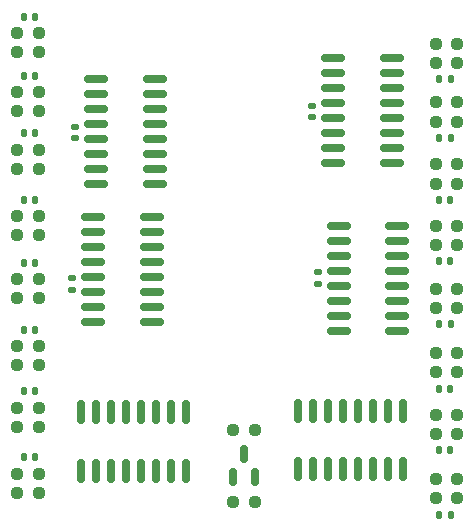
<source format=gbr>
%TF.GenerationSoftware,KiCad,Pcbnew,7.0.7*%
%TF.CreationDate,2024-02-25T00:01:41+01:00*%
%TF.ProjectId,OS-S88n,4f532d53-3838-46e2-9e6b-696361645f70,rev?*%
%TF.SameCoordinates,Original*%
%TF.FileFunction,Paste,Top*%
%TF.FilePolarity,Positive*%
%FSLAX46Y46*%
G04 Gerber Fmt 4.6, Leading zero omitted, Abs format (unit mm)*
G04 Created by KiCad (PCBNEW 7.0.7) date 2024-02-25 00:01:41*
%MOMM*%
%LPD*%
G01*
G04 APERTURE LIST*
G04 Aperture macros list*
%AMRoundRect*
0 Rectangle with rounded corners*
0 $1 Rounding radius*
0 $2 $3 $4 $5 $6 $7 $8 $9 X,Y pos of 4 corners*
0 Add a 4 corners polygon primitive as box body*
4,1,4,$2,$3,$4,$5,$6,$7,$8,$9,$2,$3,0*
0 Add four circle primitives for the rounded corners*
1,1,$1+$1,$2,$3*
1,1,$1+$1,$4,$5*
1,1,$1+$1,$6,$7*
1,1,$1+$1,$8,$9*
0 Add four rect primitives between the rounded corners*
20,1,$1+$1,$2,$3,$4,$5,0*
20,1,$1+$1,$4,$5,$6,$7,0*
20,1,$1+$1,$6,$7,$8,$9,0*
20,1,$1+$1,$8,$9,$2,$3,0*%
G04 Aperture macros list end*
%ADD10RoundRect,0.140000X0.140000X0.170000X-0.140000X0.170000X-0.140000X-0.170000X0.140000X-0.170000X0*%
%ADD11RoundRect,0.140000X-0.140000X-0.170000X0.140000X-0.170000X0.140000X0.170000X-0.140000X0.170000X0*%
%ADD12RoundRect,0.150000X0.150000X-0.587500X0.150000X0.587500X-0.150000X0.587500X-0.150000X-0.587500X0*%
%ADD13RoundRect,0.237500X0.250000X0.237500X-0.250000X0.237500X-0.250000X-0.237500X0.250000X-0.237500X0*%
%ADD14RoundRect,0.237500X-0.250000X-0.237500X0.250000X-0.237500X0.250000X0.237500X-0.250000X0.237500X0*%
%ADD15RoundRect,0.140000X-0.170000X0.140000X-0.170000X-0.140000X0.170000X-0.140000X0.170000X0.140000X0*%
%ADD16RoundRect,0.140000X0.170000X-0.140000X0.170000X0.140000X-0.170000X0.140000X-0.170000X-0.140000X0*%
%ADD17RoundRect,0.150000X-0.825000X-0.150000X0.825000X-0.150000X0.825000X0.150000X-0.825000X0.150000X0*%
%ADD18RoundRect,0.150000X0.150000X-0.825000X0.150000X0.825000X-0.150000X0.825000X-0.150000X-0.825000X0*%
G04 APERTURE END LIST*
D10*
%TO.C,C1101*%
X185247500Y-54189500D03*
X184287500Y-54189500D03*
%TD*%
D11*
%TO.C,C1001*%
X219474500Y-44016000D03*
X220434500Y-44016000D03*
%TD*%
D10*
%TO.C,C1301*%
X185247500Y-65189500D03*
X184287500Y-65189500D03*
%TD*%
D12*
%TO.C,Q2101*%
X201996000Y-77645500D03*
X203896000Y-77645500D03*
X202946000Y-75770500D03*
%TD*%
D13*
%TO.C,R1402*%
X185547000Y-60919374D03*
X183722000Y-60919374D03*
%TD*%
%TO.C,R1102*%
X185547000Y-55586500D03*
X183722000Y-55586500D03*
%TD*%
%TO.C,R1702*%
X185547000Y-45086500D03*
X183722000Y-45086500D03*
%TD*%
D14*
%TO.C,R801*%
X219155000Y-51213000D03*
X220980000Y-51213000D03*
%TD*%
%TO.C,R2102*%
X202033500Y-73660000D03*
X203858500Y-73660000D03*
%TD*%
D15*
%TO.C,C1202*%
X188341000Y-60861000D03*
X188341000Y-61821000D03*
%TD*%
D11*
%TO.C,C601*%
X219474500Y-64738000D03*
X220434500Y-64738000D03*
%TD*%
%TO.C,C901*%
X219464000Y-48982750D03*
X220424000Y-48982750D03*
%TD*%
D14*
%TO.C,R902*%
X219164500Y-47585750D03*
X220989500Y-47585750D03*
%TD*%
%TO.C,R602*%
X219175000Y-63341000D03*
X221000000Y-63341000D03*
%TD*%
D13*
%TO.C,R1802*%
X185547000Y-49967500D03*
X183722000Y-49967500D03*
%TD*%
D11*
%TO.C,C401*%
X219454500Y-75406000D03*
X220414500Y-75406000D03*
%TD*%
D13*
%TO.C,R1101*%
X185547000Y-57205500D03*
X183722000Y-57205500D03*
%TD*%
D14*
%TO.C,R1002*%
X219175000Y-42619000D03*
X221000000Y-42619000D03*
%TD*%
D13*
%TO.C,R1801*%
X185547000Y-51586500D03*
X183722000Y-51586500D03*
%TD*%
D14*
%TO.C,R202*%
X219175000Y-79470000D03*
X221000000Y-79470000D03*
%TD*%
D13*
%TO.C,R1502*%
X185547000Y-71800374D03*
X183722000Y-71800374D03*
%TD*%
%TO.C,R1701*%
X185547000Y-46705500D03*
X183722000Y-46705500D03*
%TD*%
D14*
%TO.C,R401*%
X219155000Y-72390000D03*
X220980000Y-72390000D03*
%TD*%
%TO.C,R502*%
X219155000Y-68802000D03*
X220980000Y-68802000D03*
%TD*%
D10*
%TO.C,C1901*%
X185247500Y-38689500D03*
X184287500Y-38689500D03*
%TD*%
D14*
%TO.C,R402*%
X219155000Y-74009000D03*
X220980000Y-74009000D03*
%TD*%
%TO.C,R802*%
X219155000Y-52832000D03*
X220980000Y-52832000D03*
%TD*%
D13*
%TO.C,R1501*%
X185547000Y-73419374D03*
X183722000Y-73419374D03*
%TD*%
%TO.C,R1901*%
X185547000Y-41705500D03*
X183722000Y-41705500D03*
%TD*%
D10*
%TO.C,C1401*%
X185247500Y-59522374D03*
X184287500Y-59522374D03*
%TD*%
D11*
%TO.C,C701*%
X219454500Y-59404000D03*
X220414500Y-59404000D03*
%TD*%
D16*
%TO.C,C1201*%
X188595000Y-48994000D03*
X188595000Y-48034000D03*
%TD*%
D13*
%TO.C,R1302*%
X185547000Y-66586500D03*
X183722000Y-66586500D03*
%TD*%
D16*
%TO.C,C301*%
X208723001Y-47188001D03*
X208723001Y-46228001D03*
%TD*%
D13*
%TO.C,R2101*%
X203858500Y-79756000D03*
X202033500Y-79756000D03*
%TD*%
%TO.C,R1301*%
X185547000Y-68205500D03*
X183722000Y-68205500D03*
%TD*%
D11*
%TO.C,C201*%
X219474500Y-80867000D03*
X220434500Y-80867000D03*
%TD*%
D14*
%TO.C,R1001*%
X219175000Y-41000000D03*
X221000000Y-41000000D03*
%TD*%
D17*
%TO.C,U1202*%
X190184000Y-55626000D03*
X190184000Y-56896000D03*
X190184000Y-58166000D03*
X190184000Y-59436000D03*
X190184000Y-60706000D03*
X190184000Y-61976000D03*
X190184000Y-63246000D03*
X190184000Y-64516000D03*
X195134000Y-64516000D03*
X195134000Y-63246000D03*
X195134000Y-61976000D03*
X195134000Y-60706000D03*
X195134000Y-59436000D03*
X195134000Y-58166000D03*
X195134000Y-56896000D03*
X195134000Y-55626000D03*
%TD*%
D10*
%TO.C,C1501*%
X185247500Y-70403374D03*
X184287500Y-70403374D03*
%TD*%
D13*
%TO.C,R1601*%
X185547000Y-79038374D03*
X183722000Y-79038374D03*
%TD*%
D17*
%TO.C,U1201*%
X190438000Y-43942000D03*
X190438000Y-45212000D03*
X190438000Y-46482000D03*
X190438000Y-47752000D03*
X190438000Y-49022000D03*
X190438000Y-50292000D03*
X190438000Y-51562000D03*
X190438000Y-52832000D03*
X195388000Y-52832000D03*
X195388000Y-51562000D03*
X195388000Y-50292000D03*
X195388000Y-49022000D03*
X195388000Y-47752000D03*
X195388000Y-46482000D03*
X195388000Y-45212000D03*
X195388000Y-43942000D03*
%TD*%
D14*
%TO.C,R201*%
X219175000Y-77851000D03*
X221000000Y-77851000D03*
%TD*%
D17*
%TO.C,U301*%
X210950000Y-56388000D03*
X210950000Y-57658000D03*
X210950000Y-58928000D03*
X210950000Y-60198000D03*
X210950000Y-61468000D03*
X210950000Y-62738000D03*
X210950000Y-64008000D03*
X210950000Y-65278000D03*
X215900000Y-65278000D03*
X215900000Y-64008000D03*
X215900000Y-62738000D03*
X215900000Y-61468000D03*
X215900000Y-60198000D03*
X215900000Y-58928000D03*
X215900000Y-57658000D03*
X215900000Y-56388000D03*
%TD*%
D10*
%TO.C,C1701*%
X185247500Y-43689500D03*
X184287500Y-43689500D03*
%TD*%
%TO.C,C1601*%
X185247500Y-76022374D03*
X184287500Y-76022374D03*
%TD*%
D14*
%TO.C,R501*%
X219155000Y-67183000D03*
X220980000Y-67183000D03*
%TD*%
%TO.C,R702*%
X219155000Y-58007000D03*
X220980000Y-58007000D03*
%TD*%
D11*
%TO.C,C801*%
X219454500Y-54229000D03*
X220414500Y-54229000D03*
%TD*%
D13*
%TO.C,R1902*%
X185547000Y-40086500D03*
X183722000Y-40086500D03*
%TD*%
%TO.C,R1401*%
X185547000Y-62538374D03*
X183722000Y-62538374D03*
%TD*%
D17*
%TO.C,U302*%
X210504000Y-42164000D03*
X210504000Y-43434000D03*
X210504000Y-44704000D03*
X210504000Y-45974000D03*
X210504000Y-47244000D03*
X210504000Y-48514000D03*
X210504000Y-49784000D03*
X210504000Y-51054000D03*
X215454000Y-51054000D03*
X215454000Y-49784000D03*
X215454000Y-48514000D03*
X215454000Y-47244000D03*
X215454000Y-45974000D03*
X215454000Y-44704000D03*
X215454000Y-43434000D03*
X215454000Y-42164000D03*
%TD*%
D14*
%TO.C,R601*%
X219175000Y-61722000D03*
X221000000Y-61722000D03*
%TD*%
D11*
%TO.C,C501*%
X219454500Y-70199000D03*
X220414500Y-70199000D03*
%TD*%
D10*
%TO.C,C1801*%
X185247500Y-48570500D03*
X184287500Y-48570500D03*
%TD*%
D14*
%TO.C,R701*%
X219155000Y-56388000D03*
X220980000Y-56388000D03*
%TD*%
D18*
%TO.C,U2001*%
X207518000Y-77024000D03*
X208788000Y-77024000D03*
X210058000Y-77024000D03*
X211328000Y-77024000D03*
X212598000Y-77024000D03*
X213868000Y-77024000D03*
X215138000Y-77024000D03*
X216408000Y-77024000D03*
X216408000Y-72074000D03*
X215138000Y-72074000D03*
X213868000Y-72074000D03*
X212598000Y-72074000D03*
X211328000Y-72074000D03*
X210058000Y-72074000D03*
X208788000Y-72074000D03*
X207518000Y-72074000D03*
%TD*%
%TO.C,U2002*%
X189103000Y-77151000D03*
X190373000Y-77151000D03*
X191643000Y-77151000D03*
X192913000Y-77151000D03*
X194183000Y-77151000D03*
X195453000Y-77151000D03*
X196723000Y-77151000D03*
X197993000Y-77151000D03*
X197993000Y-72201000D03*
X196723000Y-72201000D03*
X195453000Y-72201000D03*
X194183000Y-72201000D03*
X192913000Y-72201000D03*
X191643000Y-72201000D03*
X190373000Y-72201000D03*
X189103000Y-72201000D03*
%TD*%
D14*
%TO.C,R901*%
X219164500Y-45966750D03*
X220989500Y-45966750D03*
%TD*%
D16*
%TO.C,C302*%
X209169001Y-61313000D03*
X209169001Y-60353000D03*
%TD*%
D13*
%TO.C,R1602*%
X185547000Y-77419374D03*
X183722000Y-77419374D03*
%TD*%
M02*

</source>
